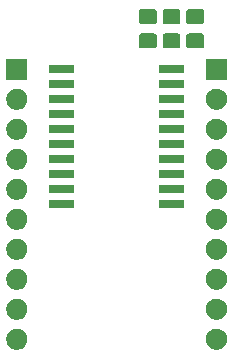
<source format=gbr>
G04 #@! TF.GenerationSoftware,KiCad,Pcbnew,(5.1.5)-3*
G04 #@! TF.CreationDate,2020-06-22T22:14:50-04:00*
G04 #@! TF.ProjectId,74X273 Simplified pinout,37345832-3733-4205-9369-6d706c696669,rev?*
G04 #@! TF.SameCoordinates,Original*
G04 #@! TF.FileFunction,Soldermask,Top*
G04 #@! TF.FilePolarity,Negative*
%FSLAX46Y46*%
G04 Gerber Fmt 4.6, Leading zero omitted, Abs format (unit mm)*
G04 Created by KiCad (PCBNEW (5.1.5)-3) date 2020-06-22 22:14:50*
%MOMM*%
%LPD*%
G04 APERTURE LIST*
%ADD10C,0.100000*%
G04 APERTURE END LIST*
D10*
G36*
X167013512Y-99463927D02*
G01*
X167162812Y-99493624D01*
X167326784Y-99561544D01*
X167474354Y-99660147D01*
X167599853Y-99785646D01*
X167698456Y-99933216D01*
X167766376Y-100097188D01*
X167801000Y-100271259D01*
X167801000Y-100448741D01*
X167766376Y-100622812D01*
X167698456Y-100786784D01*
X167599853Y-100934354D01*
X167474354Y-101059853D01*
X167326784Y-101158456D01*
X167162812Y-101226376D01*
X167013512Y-101256073D01*
X166988742Y-101261000D01*
X166811258Y-101261000D01*
X166786488Y-101256073D01*
X166637188Y-101226376D01*
X166473216Y-101158456D01*
X166325646Y-101059853D01*
X166200147Y-100934354D01*
X166101544Y-100786784D01*
X166033624Y-100622812D01*
X165999000Y-100448741D01*
X165999000Y-100271259D01*
X166033624Y-100097188D01*
X166101544Y-99933216D01*
X166200147Y-99785646D01*
X166325646Y-99660147D01*
X166473216Y-99561544D01*
X166637188Y-99493624D01*
X166786488Y-99463927D01*
X166811258Y-99459000D01*
X166988742Y-99459000D01*
X167013512Y-99463927D01*
G37*
G36*
X150113512Y-99463927D02*
G01*
X150262812Y-99493624D01*
X150426784Y-99561544D01*
X150574354Y-99660147D01*
X150699853Y-99785646D01*
X150798456Y-99933216D01*
X150866376Y-100097188D01*
X150901000Y-100271259D01*
X150901000Y-100448741D01*
X150866376Y-100622812D01*
X150798456Y-100786784D01*
X150699853Y-100934354D01*
X150574354Y-101059853D01*
X150426784Y-101158456D01*
X150262812Y-101226376D01*
X150113512Y-101256073D01*
X150088742Y-101261000D01*
X149911258Y-101261000D01*
X149886488Y-101256073D01*
X149737188Y-101226376D01*
X149573216Y-101158456D01*
X149425646Y-101059853D01*
X149300147Y-100934354D01*
X149201544Y-100786784D01*
X149133624Y-100622812D01*
X149099000Y-100448741D01*
X149099000Y-100271259D01*
X149133624Y-100097188D01*
X149201544Y-99933216D01*
X149300147Y-99785646D01*
X149425646Y-99660147D01*
X149573216Y-99561544D01*
X149737188Y-99493624D01*
X149886488Y-99463927D01*
X149911258Y-99459000D01*
X150088742Y-99459000D01*
X150113512Y-99463927D01*
G37*
G36*
X150113512Y-96923927D02*
G01*
X150262812Y-96953624D01*
X150426784Y-97021544D01*
X150574354Y-97120147D01*
X150699853Y-97245646D01*
X150798456Y-97393216D01*
X150866376Y-97557188D01*
X150901000Y-97731259D01*
X150901000Y-97908741D01*
X150866376Y-98082812D01*
X150798456Y-98246784D01*
X150699853Y-98394354D01*
X150574354Y-98519853D01*
X150426784Y-98618456D01*
X150262812Y-98686376D01*
X150113512Y-98716073D01*
X150088742Y-98721000D01*
X149911258Y-98721000D01*
X149886488Y-98716073D01*
X149737188Y-98686376D01*
X149573216Y-98618456D01*
X149425646Y-98519853D01*
X149300147Y-98394354D01*
X149201544Y-98246784D01*
X149133624Y-98082812D01*
X149099000Y-97908741D01*
X149099000Y-97731259D01*
X149133624Y-97557188D01*
X149201544Y-97393216D01*
X149300147Y-97245646D01*
X149425646Y-97120147D01*
X149573216Y-97021544D01*
X149737188Y-96953624D01*
X149886488Y-96923927D01*
X149911258Y-96919000D01*
X150088742Y-96919000D01*
X150113512Y-96923927D01*
G37*
G36*
X167013512Y-96923927D02*
G01*
X167162812Y-96953624D01*
X167326784Y-97021544D01*
X167474354Y-97120147D01*
X167599853Y-97245646D01*
X167698456Y-97393216D01*
X167766376Y-97557188D01*
X167801000Y-97731259D01*
X167801000Y-97908741D01*
X167766376Y-98082812D01*
X167698456Y-98246784D01*
X167599853Y-98394354D01*
X167474354Y-98519853D01*
X167326784Y-98618456D01*
X167162812Y-98686376D01*
X167013512Y-98716073D01*
X166988742Y-98721000D01*
X166811258Y-98721000D01*
X166786488Y-98716073D01*
X166637188Y-98686376D01*
X166473216Y-98618456D01*
X166325646Y-98519853D01*
X166200147Y-98394354D01*
X166101544Y-98246784D01*
X166033624Y-98082812D01*
X165999000Y-97908741D01*
X165999000Y-97731259D01*
X166033624Y-97557188D01*
X166101544Y-97393216D01*
X166200147Y-97245646D01*
X166325646Y-97120147D01*
X166473216Y-97021544D01*
X166637188Y-96953624D01*
X166786488Y-96923927D01*
X166811258Y-96919000D01*
X166988742Y-96919000D01*
X167013512Y-96923927D01*
G37*
G36*
X150113512Y-94383927D02*
G01*
X150262812Y-94413624D01*
X150426784Y-94481544D01*
X150574354Y-94580147D01*
X150699853Y-94705646D01*
X150798456Y-94853216D01*
X150866376Y-95017188D01*
X150901000Y-95191259D01*
X150901000Y-95368741D01*
X150866376Y-95542812D01*
X150798456Y-95706784D01*
X150699853Y-95854354D01*
X150574354Y-95979853D01*
X150426784Y-96078456D01*
X150262812Y-96146376D01*
X150113512Y-96176073D01*
X150088742Y-96181000D01*
X149911258Y-96181000D01*
X149886488Y-96176073D01*
X149737188Y-96146376D01*
X149573216Y-96078456D01*
X149425646Y-95979853D01*
X149300147Y-95854354D01*
X149201544Y-95706784D01*
X149133624Y-95542812D01*
X149099000Y-95368741D01*
X149099000Y-95191259D01*
X149133624Y-95017188D01*
X149201544Y-94853216D01*
X149300147Y-94705646D01*
X149425646Y-94580147D01*
X149573216Y-94481544D01*
X149737188Y-94413624D01*
X149886488Y-94383927D01*
X149911258Y-94379000D01*
X150088742Y-94379000D01*
X150113512Y-94383927D01*
G37*
G36*
X167013512Y-94383927D02*
G01*
X167162812Y-94413624D01*
X167326784Y-94481544D01*
X167474354Y-94580147D01*
X167599853Y-94705646D01*
X167698456Y-94853216D01*
X167766376Y-95017188D01*
X167801000Y-95191259D01*
X167801000Y-95368741D01*
X167766376Y-95542812D01*
X167698456Y-95706784D01*
X167599853Y-95854354D01*
X167474354Y-95979853D01*
X167326784Y-96078456D01*
X167162812Y-96146376D01*
X167013512Y-96176073D01*
X166988742Y-96181000D01*
X166811258Y-96181000D01*
X166786488Y-96176073D01*
X166637188Y-96146376D01*
X166473216Y-96078456D01*
X166325646Y-95979853D01*
X166200147Y-95854354D01*
X166101544Y-95706784D01*
X166033624Y-95542812D01*
X165999000Y-95368741D01*
X165999000Y-95191259D01*
X166033624Y-95017188D01*
X166101544Y-94853216D01*
X166200147Y-94705646D01*
X166325646Y-94580147D01*
X166473216Y-94481544D01*
X166637188Y-94413624D01*
X166786488Y-94383927D01*
X166811258Y-94379000D01*
X166988742Y-94379000D01*
X167013512Y-94383927D01*
G37*
G36*
X167013512Y-91843927D02*
G01*
X167162812Y-91873624D01*
X167326784Y-91941544D01*
X167474354Y-92040147D01*
X167599853Y-92165646D01*
X167698456Y-92313216D01*
X167766376Y-92477188D01*
X167801000Y-92651259D01*
X167801000Y-92828741D01*
X167766376Y-93002812D01*
X167698456Y-93166784D01*
X167599853Y-93314354D01*
X167474354Y-93439853D01*
X167326784Y-93538456D01*
X167162812Y-93606376D01*
X167013512Y-93636073D01*
X166988742Y-93641000D01*
X166811258Y-93641000D01*
X166786488Y-93636073D01*
X166637188Y-93606376D01*
X166473216Y-93538456D01*
X166325646Y-93439853D01*
X166200147Y-93314354D01*
X166101544Y-93166784D01*
X166033624Y-93002812D01*
X165999000Y-92828741D01*
X165999000Y-92651259D01*
X166033624Y-92477188D01*
X166101544Y-92313216D01*
X166200147Y-92165646D01*
X166325646Y-92040147D01*
X166473216Y-91941544D01*
X166637188Y-91873624D01*
X166786488Y-91843927D01*
X166811258Y-91839000D01*
X166988742Y-91839000D01*
X167013512Y-91843927D01*
G37*
G36*
X150113512Y-91843927D02*
G01*
X150262812Y-91873624D01*
X150426784Y-91941544D01*
X150574354Y-92040147D01*
X150699853Y-92165646D01*
X150798456Y-92313216D01*
X150866376Y-92477188D01*
X150901000Y-92651259D01*
X150901000Y-92828741D01*
X150866376Y-93002812D01*
X150798456Y-93166784D01*
X150699853Y-93314354D01*
X150574354Y-93439853D01*
X150426784Y-93538456D01*
X150262812Y-93606376D01*
X150113512Y-93636073D01*
X150088742Y-93641000D01*
X149911258Y-93641000D01*
X149886488Y-93636073D01*
X149737188Y-93606376D01*
X149573216Y-93538456D01*
X149425646Y-93439853D01*
X149300147Y-93314354D01*
X149201544Y-93166784D01*
X149133624Y-93002812D01*
X149099000Y-92828741D01*
X149099000Y-92651259D01*
X149133624Y-92477188D01*
X149201544Y-92313216D01*
X149300147Y-92165646D01*
X149425646Y-92040147D01*
X149573216Y-91941544D01*
X149737188Y-91873624D01*
X149886488Y-91843927D01*
X149911258Y-91839000D01*
X150088742Y-91839000D01*
X150113512Y-91843927D01*
G37*
G36*
X167013512Y-89303927D02*
G01*
X167162812Y-89333624D01*
X167326784Y-89401544D01*
X167474354Y-89500147D01*
X167599853Y-89625646D01*
X167698456Y-89773216D01*
X167766376Y-89937188D01*
X167801000Y-90111259D01*
X167801000Y-90288741D01*
X167766376Y-90462812D01*
X167698456Y-90626784D01*
X167599853Y-90774354D01*
X167474354Y-90899853D01*
X167326784Y-90998456D01*
X167162812Y-91066376D01*
X167013512Y-91096073D01*
X166988742Y-91101000D01*
X166811258Y-91101000D01*
X166786488Y-91096073D01*
X166637188Y-91066376D01*
X166473216Y-90998456D01*
X166325646Y-90899853D01*
X166200147Y-90774354D01*
X166101544Y-90626784D01*
X166033624Y-90462812D01*
X165999000Y-90288741D01*
X165999000Y-90111259D01*
X166033624Y-89937188D01*
X166101544Y-89773216D01*
X166200147Y-89625646D01*
X166325646Y-89500147D01*
X166473216Y-89401544D01*
X166637188Y-89333624D01*
X166786488Y-89303927D01*
X166811258Y-89299000D01*
X166988742Y-89299000D01*
X167013512Y-89303927D01*
G37*
G36*
X150113512Y-89303927D02*
G01*
X150262812Y-89333624D01*
X150426784Y-89401544D01*
X150574354Y-89500147D01*
X150699853Y-89625646D01*
X150798456Y-89773216D01*
X150866376Y-89937188D01*
X150901000Y-90111259D01*
X150901000Y-90288741D01*
X150866376Y-90462812D01*
X150798456Y-90626784D01*
X150699853Y-90774354D01*
X150574354Y-90899853D01*
X150426784Y-90998456D01*
X150262812Y-91066376D01*
X150113512Y-91096073D01*
X150088742Y-91101000D01*
X149911258Y-91101000D01*
X149886488Y-91096073D01*
X149737188Y-91066376D01*
X149573216Y-90998456D01*
X149425646Y-90899853D01*
X149300147Y-90774354D01*
X149201544Y-90626784D01*
X149133624Y-90462812D01*
X149099000Y-90288741D01*
X149099000Y-90111259D01*
X149133624Y-89937188D01*
X149201544Y-89773216D01*
X149300147Y-89625646D01*
X149425646Y-89500147D01*
X149573216Y-89401544D01*
X149737188Y-89333624D01*
X149886488Y-89303927D01*
X149911258Y-89299000D01*
X150088742Y-89299000D01*
X150113512Y-89303927D01*
G37*
G36*
X164084928Y-88581764D02*
G01*
X164106009Y-88588160D01*
X164125445Y-88598548D01*
X164142476Y-88612524D01*
X164156452Y-88629555D01*
X164166840Y-88648991D01*
X164173236Y-88670072D01*
X164176000Y-88698140D01*
X164176000Y-89161860D01*
X164173236Y-89189928D01*
X164166840Y-89211009D01*
X164156452Y-89230445D01*
X164142476Y-89247476D01*
X164125445Y-89261452D01*
X164106009Y-89271840D01*
X164084928Y-89278236D01*
X164056860Y-89281000D01*
X162143140Y-89281000D01*
X162115072Y-89278236D01*
X162093991Y-89271840D01*
X162074555Y-89261452D01*
X162057524Y-89247476D01*
X162043548Y-89230445D01*
X162033160Y-89211009D01*
X162026764Y-89189928D01*
X162024000Y-89161860D01*
X162024000Y-88698140D01*
X162026764Y-88670072D01*
X162033160Y-88648991D01*
X162043548Y-88629555D01*
X162057524Y-88612524D01*
X162074555Y-88598548D01*
X162093991Y-88588160D01*
X162115072Y-88581764D01*
X162143140Y-88579000D01*
X164056860Y-88579000D01*
X164084928Y-88581764D01*
G37*
G36*
X154784928Y-88581764D02*
G01*
X154806009Y-88588160D01*
X154825445Y-88598548D01*
X154842476Y-88612524D01*
X154856452Y-88629555D01*
X154866840Y-88648991D01*
X154873236Y-88670072D01*
X154876000Y-88698140D01*
X154876000Y-89161860D01*
X154873236Y-89189928D01*
X154866840Y-89211009D01*
X154856452Y-89230445D01*
X154842476Y-89247476D01*
X154825445Y-89261452D01*
X154806009Y-89271840D01*
X154784928Y-89278236D01*
X154756860Y-89281000D01*
X152843140Y-89281000D01*
X152815072Y-89278236D01*
X152793991Y-89271840D01*
X152774555Y-89261452D01*
X152757524Y-89247476D01*
X152743548Y-89230445D01*
X152733160Y-89211009D01*
X152726764Y-89189928D01*
X152724000Y-89161860D01*
X152724000Y-88698140D01*
X152726764Y-88670072D01*
X152733160Y-88648991D01*
X152743548Y-88629555D01*
X152757524Y-88612524D01*
X152774555Y-88598548D01*
X152793991Y-88588160D01*
X152815072Y-88581764D01*
X152843140Y-88579000D01*
X154756860Y-88579000D01*
X154784928Y-88581764D01*
G37*
G36*
X150113512Y-86763927D02*
G01*
X150262812Y-86793624D01*
X150426784Y-86861544D01*
X150574354Y-86960147D01*
X150699853Y-87085646D01*
X150798456Y-87233216D01*
X150866376Y-87397188D01*
X150901000Y-87571259D01*
X150901000Y-87748741D01*
X150866376Y-87922812D01*
X150798456Y-88086784D01*
X150699853Y-88234354D01*
X150574354Y-88359853D01*
X150426784Y-88458456D01*
X150262812Y-88526376D01*
X150113512Y-88556073D01*
X150088742Y-88561000D01*
X149911258Y-88561000D01*
X149886488Y-88556073D01*
X149737188Y-88526376D01*
X149573216Y-88458456D01*
X149425646Y-88359853D01*
X149300147Y-88234354D01*
X149201544Y-88086784D01*
X149133624Y-87922812D01*
X149099000Y-87748741D01*
X149099000Y-87571259D01*
X149133624Y-87397188D01*
X149201544Y-87233216D01*
X149300147Y-87085646D01*
X149425646Y-86960147D01*
X149573216Y-86861544D01*
X149737188Y-86793624D01*
X149886488Y-86763927D01*
X149911258Y-86759000D01*
X150088742Y-86759000D01*
X150113512Y-86763927D01*
G37*
G36*
X167013512Y-86763927D02*
G01*
X167162812Y-86793624D01*
X167326784Y-86861544D01*
X167474354Y-86960147D01*
X167599853Y-87085646D01*
X167698456Y-87233216D01*
X167766376Y-87397188D01*
X167801000Y-87571259D01*
X167801000Y-87748741D01*
X167766376Y-87922812D01*
X167698456Y-88086784D01*
X167599853Y-88234354D01*
X167474354Y-88359853D01*
X167326784Y-88458456D01*
X167162812Y-88526376D01*
X167013512Y-88556073D01*
X166988742Y-88561000D01*
X166811258Y-88561000D01*
X166786488Y-88556073D01*
X166637188Y-88526376D01*
X166473216Y-88458456D01*
X166325646Y-88359853D01*
X166200147Y-88234354D01*
X166101544Y-88086784D01*
X166033624Y-87922812D01*
X165999000Y-87748741D01*
X165999000Y-87571259D01*
X166033624Y-87397188D01*
X166101544Y-87233216D01*
X166200147Y-87085646D01*
X166325646Y-86960147D01*
X166473216Y-86861544D01*
X166637188Y-86793624D01*
X166786488Y-86763927D01*
X166811258Y-86759000D01*
X166988742Y-86759000D01*
X167013512Y-86763927D01*
G37*
G36*
X164084928Y-87311764D02*
G01*
X164106009Y-87318160D01*
X164125445Y-87328548D01*
X164142476Y-87342524D01*
X164156452Y-87359555D01*
X164166840Y-87378991D01*
X164173236Y-87400072D01*
X164176000Y-87428140D01*
X164176000Y-87891860D01*
X164173236Y-87919928D01*
X164166840Y-87941009D01*
X164156452Y-87960445D01*
X164142476Y-87977476D01*
X164125445Y-87991452D01*
X164106009Y-88001840D01*
X164084928Y-88008236D01*
X164056860Y-88011000D01*
X162143140Y-88011000D01*
X162115072Y-88008236D01*
X162093991Y-88001840D01*
X162074555Y-87991452D01*
X162057524Y-87977476D01*
X162043548Y-87960445D01*
X162033160Y-87941009D01*
X162026764Y-87919928D01*
X162024000Y-87891860D01*
X162024000Y-87428140D01*
X162026764Y-87400072D01*
X162033160Y-87378991D01*
X162043548Y-87359555D01*
X162057524Y-87342524D01*
X162074555Y-87328548D01*
X162093991Y-87318160D01*
X162115072Y-87311764D01*
X162143140Y-87309000D01*
X164056860Y-87309000D01*
X164084928Y-87311764D01*
G37*
G36*
X154784928Y-87311764D02*
G01*
X154806009Y-87318160D01*
X154825445Y-87328548D01*
X154842476Y-87342524D01*
X154856452Y-87359555D01*
X154866840Y-87378991D01*
X154873236Y-87400072D01*
X154876000Y-87428140D01*
X154876000Y-87891860D01*
X154873236Y-87919928D01*
X154866840Y-87941009D01*
X154856452Y-87960445D01*
X154842476Y-87977476D01*
X154825445Y-87991452D01*
X154806009Y-88001840D01*
X154784928Y-88008236D01*
X154756860Y-88011000D01*
X152843140Y-88011000D01*
X152815072Y-88008236D01*
X152793991Y-88001840D01*
X152774555Y-87991452D01*
X152757524Y-87977476D01*
X152743548Y-87960445D01*
X152733160Y-87941009D01*
X152726764Y-87919928D01*
X152724000Y-87891860D01*
X152724000Y-87428140D01*
X152726764Y-87400072D01*
X152733160Y-87378991D01*
X152743548Y-87359555D01*
X152757524Y-87342524D01*
X152774555Y-87328548D01*
X152793991Y-87318160D01*
X152815072Y-87311764D01*
X152843140Y-87309000D01*
X154756860Y-87309000D01*
X154784928Y-87311764D01*
G37*
G36*
X164084928Y-86041764D02*
G01*
X164106009Y-86048160D01*
X164125445Y-86058548D01*
X164142476Y-86072524D01*
X164156452Y-86089555D01*
X164166840Y-86108991D01*
X164173236Y-86130072D01*
X164176000Y-86158140D01*
X164176000Y-86621860D01*
X164173236Y-86649928D01*
X164166840Y-86671009D01*
X164156452Y-86690445D01*
X164142476Y-86707476D01*
X164125445Y-86721452D01*
X164106009Y-86731840D01*
X164084928Y-86738236D01*
X164056860Y-86741000D01*
X162143140Y-86741000D01*
X162115072Y-86738236D01*
X162093991Y-86731840D01*
X162074555Y-86721452D01*
X162057524Y-86707476D01*
X162043548Y-86690445D01*
X162033160Y-86671009D01*
X162026764Y-86649928D01*
X162024000Y-86621860D01*
X162024000Y-86158140D01*
X162026764Y-86130072D01*
X162033160Y-86108991D01*
X162043548Y-86089555D01*
X162057524Y-86072524D01*
X162074555Y-86058548D01*
X162093991Y-86048160D01*
X162115072Y-86041764D01*
X162143140Y-86039000D01*
X164056860Y-86039000D01*
X164084928Y-86041764D01*
G37*
G36*
X154784928Y-86041764D02*
G01*
X154806009Y-86048160D01*
X154825445Y-86058548D01*
X154842476Y-86072524D01*
X154856452Y-86089555D01*
X154866840Y-86108991D01*
X154873236Y-86130072D01*
X154876000Y-86158140D01*
X154876000Y-86621860D01*
X154873236Y-86649928D01*
X154866840Y-86671009D01*
X154856452Y-86690445D01*
X154842476Y-86707476D01*
X154825445Y-86721452D01*
X154806009Y-86731840D01*
X154784928Y-86738236D01*
X154756860Y-86741000D01*
X152843140Y-86741000D01*
X152815072Y-86738236D01*
X152793991Y-86731840D01*
X152774555Y-86721452D01*
X152757524Y-86707476D01*
X152743548Y-86690445D01*
X152733160Y-86671009D01*
X152726764Y-86649928D01*
X152724000Y-86621860D01*
X152724000Y-86158140D01*
X152726764Y-86130072D01*
X152733160Y-86108991D01*
X152743548Y-86089555D01*
X152757524Y-86072524D01*
X152774555Y-86058548D01*
X152793991Y-86048160D01*
X152815072Y-86041764D01*
X152843140Y-86039000D01*
X154756860Y-86039000D01*
X154784928Y-86041764D01*
G37*
G36*
X167013512Y-84223927D02*
G01*
X167162812Y-84253624D01*
X167326784Y-84321544D01*
X167474354Y-84420147D01*
X167599853Y-84545646D01*
X167698456Y-84693216D01*
X167766376Y-84857188D01*
X167801000Y-85031259D01*
X167801000Y-85208741D01*
X167766376Y-85382812D01*
X167698456Y-85546784D01*
X167599853Y-85694354D01*
X167474354Y-85819853D01*
X167326784Y-85918456D01*
X167162812Y-85986376D01*
X167013512Y-86016073D01*
X166988742Y-86021000D01*
X166811258Y-86021000D01*
X166786488Y-86016073D01*
X166637188Y-85986376D01*
X166473216Y-85918456D01*
X166325646Y-85819853D01*
X166200147Y-85694354D01*
X166101544Y-85546784D01*
X166033624Y-85382812D01*
X165999000Y-85208741D01*
X165999000Y-85031259D01*
X166033624Y-84857188D01*
X166101544Y-84693216D01*
X166200147Y-84545646D01*
X166325646Y-84420147D01*
X166473216Y-84321544D01*
X166637188Y-84253624D01*
X166786488Y-84223927D01*
X166811258Y-84219000D01*
X166988742Y-84219000D01*
X167013512Y-84223927D01*
G37*
G36*
X150113512Y-84223927D02*
G01*
X150262812Y-84253624D01*
X150426784Y-84321544D01*
X150574354Y-84420147D01*
X150699853Y-84545646D01*
X150798456Y-84693216D01*
X150866376Y-84857188D01*
X150901000Y-85031259D01*
X150901000Y-85208741D01*
X150866376Y-85382812D01*
X150798456Y-85546784D01*
X150699853Y-85694354D01*
X150574354Y-85819853D01*
X150426784Y-85918456D01*
X150262812Y-85986376D01*
X150113512Y-86016073D01*
X150088742Y-86021000D01*
X149911258Y-86021000D01*
X149886488Y-86016073D01*
X149737188Y-85986376D01*
X149573216Y-85918456D01*
X149425646Y-85819853D01*
X149300147Y-85694354D01*
X149201544Y-85546784D01*
X149133624Y-85382812D01*
X149099000Y-85208741D01*
X149099000Y-85031259D01*
X149133624Y-84857188D01*
X149201544Y-84693216D01*
X149300147Y-84545646D01*
X149425646Y-84420147D01*
X149573216Y-84321544D01*
X149737188Y-84253624D01*
X149886488Y-84223927D01*
X149911258Y-84219000D01*
X150088742Y-84219000D01*
X150113512Y-84223927D01*
G37*
G36*
X154784928Y-84771764D02*
G01*
X154806009Y-84778160D01*
X154825445Y-84788548D01*
X154842476Y-84802524D01*
X154856452Y-84819555D01*
X154866840Y-84838991D01*
X154873236Y-84860072D01*
X154876000Y-84888140D01*
X154876000Y-85351860D01*
X154873236Y-85379928D01*
X154866840Y-85401009D01*
X154856452Y-85420445D01*
X154842476Y-85437476D01*
X154825445Y-85451452D01*
X154806009Y-85461840D01*
X154784928Y-85468236D01*
X154756860Y-85471000D01*
X152843140Y-85471000D01*
X152815072Y-85468236D01*
X152793991Y-85461840D01*
X152774555Y-85451452D01*
X152757524Y-85437476D01*
X152743548Y-85420445D01*
X152733160Y-85401009D01*
X152726764Y-85379928D01*
X152724000Y-85351860D01*
X152724000Y-84888140D01*
X152726764Y-84860072D01*
X152733160Y-84838991D01*
X152743548Y-84819555D01*
X152757524Y-84802524D01*
X152774555Y-84788548D01*
X152793991Y-84778160D01*
X152815072Y-84771764D01*
X152843140Y-84769000D01*
X154756860Y-84769000D01*
X154784928Y-84771764D01*
G37*
G36*
X164084928Y-84771764D02*
G01*
X164106009Y-84778160D01*
X164125445Y-84788548D01*
X164142476Y-84802524D01*
X164156452Y-84819555D01*
X164166840Y-84838991D01*
X164173236Y-84860072D01*
X164176000Y-84888140D01*
X164176000Y-85351860D01*
X164173236Y-85379928D01*
X164166840Y-85401009D01*
X164156452Y-85420445D01*
X164142476Y-85437476D01*
X164125445Y-85451452D01*
X164106009Y-85461840D01*
X164084928Y-85468236D01*
X164056860Y-85471000D01*
X162143140Y-85471000D01*
X162115072Y-85468236D01*
X162093991Y-85461840D01*
X162074555Y-85451452D01*
X162057524Y-85437476D01*
X162043548Y-85420445D01*
X162033160Y-85401009D01*
X162026764Y-85379928D01*
X162024000Y-85351860D01*
X162024000Y-84888140D01*
X162026764Y-84860072D01*
X162033160Y-84838991D01*
X162043548Y-84819555D01*
X162057524Y-84802524D01*
X162074555Y-84788548D01*
X162093991Y-84778160D01*
X162115072Y-84771764D01*
X162143140Y-84769000D01*
X164056860Y-84769000D01*
X164084928Y-84771764D01*
G37*
G36*
X164084928Y-83501764D02*
G01*
X164106009Y-83508160D01*
X164125445Y-83518548D01*
X164142476Y-83532524D01*
X164156452Y-83549555D01*
X164166840Y-83568991D01*
X164173236Y-83590072D01*
X164176000Y-83618140D01*
X164176000Y-84081860D01*
X164173236Y-84109928D01*
X164166840Y-84131009D01*
X164156452Y-84150445D01*
X164142476Y-84167476D01*
X164125445Y-84181452D01*
X164106009Y-84191840D01*
X164084928Y-84198236D01*
X164056860Y-84201000D01*
X162143140Y-84201000D01*
X162115072Y-84198236D01*
X162093991Y-84191840D01*
X162074555Y-84181452D01*
X162057524Y-84167476D01*
X162043548Y-84150445D01*
X162033160Y-84131009D01*
X162026764Y-84109928D01*
X162024000Y-84081860D01*
X162024000Y-83618140D01*
X162026764Y-83590072D01*
X162033160Y-83568991D01*
X162043548Y-83549555D01*
X162057524Y-83532524D01*
X162074555Y-83518548D01*
X162093991Y-83508160D01*
X162115072Y-83501764D01*
X162143140Y-83499000D01*
X164056860Y-83499000D01*
X164084928Y-83501764D01*
G37*
G36*
X154784928Y-83501764D02*
G01*
X154806009Y-83508160D01*
X154825445Y-83518548D01*
X154842476Y-83532524D01*
X154856452Y-83549555D01*
X154866840Y-83568991D01*
X154873236Y-83590072D01*
X154876000Y-83618140D01*
X154876000Y-84081860D01*
X154873236Y-84109928D01*
X154866840Y-84131009D01*
X154856452Y-84150445D01*
X154842476Y-84167476D01*
X154825445Y-84181452D01*
X154806009Y-84191840D01*
X154784928Y-84198236D01*
X154756860Y-84201000D01*
X152843140Y-84201000D01*
X152815072Y-84198236D01*
X152793991Y-84191840D01*
X152774555Y-84181452D01*
X152757524Y-84167476D01*
X152743548Y-84150445D01*
X152733160Y-84131009D01*
X152726764Y-84109928D01*
X152724000Y-84081860D01*
X152724000Y-83618140D01*
X152726764Y-83590072D01*
X152733160Y-83568991D01*
X152743548Y-83549555D01*
X152757524Y-83532524D01*
X152774555Y-83518548D01*
X152793991Y-83508160D01*
X152815072Y-83501764D01*
X152843140Y-83499000D01*
X154756860Y-83499000D01*
X154784928Y-83501764D01*
G37*
G36*
X167013512Y-81683927D02*
G01*
X167162812Y-81713624D01*
X167326784Y-81781544D01*
X167474354Y-81880147D01*
X167599853Y-82005646D01*
X167698456Y-82153216D01*
X167766376Y-82317188D01*
X167801000Y-82491259D01*
X167801000Y-82668741D01*
X167766376Y-82842812D01*
X167698456Y-83006784D01*
X167599853Y-83154354D01*
X167474354Y-83279853D01*
X167326784Y-83378456D01*
X167162812Y-83446376D01*
X167013512Y-83476073D01*
X166988742Y-83481000D01*
X166811258Y-83481000D01*
X166786488Y-83476073D01*
X166637188Y-83446376D01*
X166473216Y-83378456D01*
X166325646Y-83279853D01*
X166200147Y-83154354D01*
X166101544Y-83006784D01*
X166033624Y-82842812D01*
X165999000Y-82668741D01*
X165999000Y-82491259D01*
X166033624Y-82317188D01*
X166101544Y-82153216D01*
X166200147Y-82005646D01*
X166325646Y-81880147D01*
X166473216Y-81781544D01*
X166637188Y-81713624D01*
X166786488Y-81683927D01*
X166811258Y-81679000D01*
X166988742Y-81679000D01*
X167013512Y-81683927D01*
G37*
G36*
X150113512Y-81683927D02*
G01*
X150262812Y-81713624D01*
X150426784Y-81781544D01*
X150574354Y-81880147D01*
X150699853Y-82005646D01*
X150798456Y-82153216D01*
X150866376Y-82317188D01*
X150901000Y-82491259D01*
X150901000Y-82668741D01*
X150866376Y-82842812D01*
X150798456Y-83006784D01*
X150699853Y-83154354D01*
X150574354Y-83279853D01*
X150426784Y-83378456D01*
X150262812Y-83446376D01*
X150113512Y-83476073D01*
X150088742Y-83481000D01*
X149911258Y-83481000D01*
X149886488Y-83476073D01*
X149737188Y-83446376D01*
X149573216Y-83378456D01*
X149425646Y-83279853D01*
X149300147Y-83154354D01*
X149201544Y-83006784D01*
X149133624Y-82842812D01*
X149099000Y-82668741D01*
X149099000Y-82491259D01*
X149133624Y-82317188D01*
X149201544Y-82153216D01*
X149300147Y-82005646D01*
X149425646Y-81880147D01*
X149573216Y-81781544D01*
X149737188Y-81713624D01*
X149886488Y-81683927D01*
X149911258Y-81679000D01*
X150088742Y-81679000D01*
X150113512Y-81683927D01*
G37*
G36*
X154784928Y-82231764D02*
G01*
X154806009Y-82238160D01*
X154825445Y-82248548D01*
X154842476Y-82262524D01*
X154856452Y-82279555D01*
X154866840Y-82298991D01*
X154873236Y-82320072D01*
X154876000Y-82348140D01*
X154876000Y-82811860D01*
X154873236Y-82839928D01*
X154866840Y-82861009D01*
X154856452Y-82880445D01*
X154842476Y-82897476D01*
X154825445Y-82911452D01*
X154806009Y-82921840D01*
X154784928Y-82928236D01*
X154756860Y-82931000D01*
X152843140Y-82931000D01*
X152815072Y-82928236D01*
X152793991Y-82921840D01*
X152774555Y-82911452D01*
X152757524Y-82897476D01*
X152743548Y-82880445D01*
X152733160Y-82861009D01*
X152726764Y-82839928D01*
X152724000Y-82811860D01*
X152724000Y-82348140D01*
X152726764Y-82320072D01*
X152733160Y-82298991D01*
X152743548Y-82279555D01*
X152757524Y-82262524D01*
X152774555Y-82248548D01*
X152793991Y-82238160D01*
X152815072Y-82231764D01*
X152843140Y-82229000D01*
X154756860Y-82229000D01*
X154784928Y-82231764D01*
G37*
G36*
X164084928Y-82231764D02*
G01*
X164106009Y-82238160D01*
X164125445Y-82248548D01*
X164142476Y-82262524D01*
X164156452Y-82279555D01*
X164166840Y-82298991D01*
X164173236Y-82320072D01*
X164176000Y-82348140D01*
X164176000Y-82811860D01*
X164173236Y-82839928D01*
X164166840Y-82861009D01*
X164156452Y-82880445D01*
X164142476Y-82897476D01*
X164125445Y-82911452D01*
X164106009Y-82921840D01*
X164084928Y-82928236D01*
X164056860Y-82931000D01*
X162143140Y-82931000D01*
X162115072Y-82928236D01*
X162093991Y-82921840D01*
X162074555Y-82911452D01*
X162057524Y-82897476D01*
X162043548Y-82880445D01*
X162033160Y-82861009D01*
X162026764Y-82839928D01*
X162024000Y-82811860D01*
X162024000Y-82348140D01*
X162026764Y-82320072D01*
X162033160Y-82298991D01*
X162043548Y-82279555D01*
X162057524Y-82262524D01*
X162074555Y-82248548D01*
X162093991Y-82238160D01*
X162115072Y-82231764D01*
X162143140Y-82229000D01*
X164056860Y-82229000D01*
X164084928Y-82231764D01*
G37*
G36*
X164084928Y-80961764D02*
G01*
X164106009Y-80968160D01*
X164125445Y-80978548D01*
X164142476Y-80992524D01*
X164156452Y-81009555D01*
X164166840Y-81028991D01*
X164173236Y-81050072D01*
X164176000Y-81078140D01*
X164176000Y-81541860D01*
X164173236Y-81569928D01*
X164166840Y-81591009D01*
X164156452Y-81610445D01*
X164142476Y-81627476D01*
X164125445Y-81641452D01*
X164106009Y-81651840D01*
X164084928Y-81658236D01*
X164056860Y-81661000D01*
X162143140Y-81661000D01*
X162115072Y-81658236D01*
X162093991Y-81651840D01*
X162074555Y-81641452D01*
X162057524Y-81627476D01*
X162043548Y-81610445D01*
X162033160Y-81591009D01*
X162026764Y-81569928D01*
X162024000Y-81541860D01*
X162024000Y-81078140D01*
X162026764Y-81050072D01*
X162033160Y-81028991D01*
X162043548Y-81009555D01*
X162057524Y-80992524D01*
X162074555Y-80978548D01*
X162093991Y-80968160D01*
X162115072Y-80961764D01*
X162143140Y-80959000D01*
X164056860Y-80959000D01*
X164084928Y-80961764D01*
G37*
G36*
X154784928Y-80961764D02*
G01*
X154806009Y-80968160D01*
X154825445Y-80978548D01*
X154842476Y-80992524D01*
X154856452Y-81009555D01*
X154866840Y-81028991D01*
X154873236Y-81050072D01*
X154876000Y-81078140D01*
X154876000Y-81541860D01*
X154873236Y-81569928D01*
X154866840Y-81591009D01*
X154856452Y-81610445D01*
X154842476Y-81627476D01*
X154825445Y-81641452D01*
X154806009Y-81651840D01*
X154784928Y-81658236D01*
X154756860Y-81661000D01*
X152843140Y-81661000D01*
X152815072Y-81658236D01*
X152793991Y-81651840D01*
X152774555Y-81641452D01*
X152757524Y-81627476D01*
X152743548Y-81610445D01*
X152733160Y-81591009D01*
X152726764Y-81569928D01*
X152724000Y-81541860D01*
X152724000Y-81078140D01*
X152726764Y-81050072D01*
X152733160Y-81028991D01*
X152743548Y-81009555D01*
X152757524Y-80992524D01*
X152774555Y-80978548D01*
X152793991Y-80968160D01*
X152815072Y-80961764D01*
X152843140Y-80959000D01*
X154756860Y-80959000D01*
X154784928Y-80961764D01*
G37*
G36*
X167013512Y-79143927D02*
G01*
X167162812Y-79173624D01*
X167326784Y-79241544D01*
X167474354Y-79340147D01*
X167599853Y-79465646D01*
X167698456Y-79613216D01*
X167766376Y-79777188D01*
X167801000Y-79951259D01*
X167801000Y-80128741D01*
X167766376Y-80302812D01*
X167698456Y-80466784D01*
X167599853Y-80614354D01*
X167474354Y-80739853D01*
X167326784Y-80838456D01*
X167162812Y-80906376D01*
X167013512Y-80936073D01*
X166988742Y-80941000D01*
X166811258Y-80941000D01*
X166786488Y-80936073D01*
X166637188Y-80906376D01*
X166473216Y-80838456D01*
X166325646Y-80739853D01*
X166200147Y-80614354D01*
X166101544Y-80466784D01*
X166033624Y-80302812D01*
X165999000Y-80128741D01*
X165999000Y-79951259D01*
X166033624Y-79777188D01*
X166101544Y-79613216D01*
X166200147Y-79465646D01*
X166325646Y-79340147D01*
X166473216Y-79241544D01*
X166637188Y-79173624D01*
X166786488Y-79143927D01*
X166811258Y-79139000D01*
X166988742Y-79139000D01*
X167013512Y-79143927D01*
G37*
G36*
X150113512Y-79143927D02*
G01*
X150262812Y-79173624D01*
X150426784Y-79241544D01*
X150574354Y-79340147D01*
X150699853Y-79465646D01*
X150798456Y-79613216D01*
X150866376Y-79777188D01*
X150901000Y-79951259D01*
X150901000Y-80128741D01*
X150866376Y-80302812D01*
X150798456Y-80466784D01*
X150699853Y-80614354D01*
X150574354Y-80739853D01*
X150426784Y-80838456D01*
X150262812Y-80906376D01*
X150113512Y-80936073D01*
X150088742Y-80941000D01*
X149911258Y-80941000D01*
X149886488Y-80936073D01*
X149737188Y-80906376D01*
X149573216Y-80838456D01*
X149425646Y-80739853D01*
X149300147Y-80614354D01*
X149201544Y-80466784D01*
X149133624Y-80302812D01*
X149099000Y-80128741D01*
X149099000Y-79951259D01*
X149133624Y-79777188D01*
X149201544Y-79613216D01*
X149300147Y-79465646D01*
X149425646Y-79340147D01*
X149573216Y-79241544D01*
X149737188Y-79173624D01*
X149886488Y-79143927D01*
X149911258Y-79139000D01*
X150088742Y-79139000D01*
X150113512Y-79143927D01*
G37*
G36*
X164084928Y-79691764D02*
G01*
X164106009Y-79698160D01*
X164125445Y-79708548D01*
X164142476Y-79722524D01*
X164156452Y-79739555D01*
X164166840Y-79758991D01*
X164173236Y-79780072D01*
X164176000Y-79808140D01*
X164176000Y-80271860D01*
X164173236Y-80299928D01*
X164166840Y-80321009D01*
X164156452Y-80340445D01*
X164142476Y-80357476D01*
X164125445Y-80371452D01*
X164106009Y-80381840D01*
X164084928Y-80388236D01*
X164056860Y-80391000D01*
X162143140Y-80391000D01*
X162115072Y-80388236D01*
X162093991Y-80381840D01*
X162074555Y-80371452D01*
X162057524Y-80357476D01*
X162043548Y-80340445D01*
X162033160Y-80321009D01*
X162026764Y-80299928D01*
X162024000Y-80271860D01*
X162024000Y-79808140D01*
X162026764Y-79780072D01*
X162033160Y-79758991D01*
X162043548Y-79739555D01*
X162057524Y-79722524D01*
X162074555Y-79708548D01*
X162093991Y-79698160D01*
X162115072Y-79691764D01*
X162143140Y-79689000D01*
X164056860Y-79689000D01*
X164084928Y-79691764D01*
G37*
G36*
X154784928Y-79691764D02*
G01*
X154806009Y-79698160D01*
X154825445Y-79708548D01*
X154842476Y-79722524D01*
X154856452Y-79739555D01*
X154866840Y-79758991D01*
X154873236Y-79780072D01*
X154876000Y-79808140D01*
X154876000Y-80271860D01*
X154873236Y-80299928D01*
X154866840Y-80321009D01*
X154856452Y-80340445D01*
X154842476Y-80357476D01*
X154825445Y-80371452D01*
X154806009Y-80381840D01*
X154784928Y-80388236D01*
X154756860Y-80391000D01*
X152843140Y-80391000D01*
X152815072Y-80388236D01*
X152793991Y-80381840D01*
X152774555Y-80371452D01*
X152757524Y-80357476D01*
X152743548Y-80340445D01*
X152733160Y-80321009D01*
X152726764Y-80299928D01*
X152724000Y-80271860D01*
X152724000Y-79808140D01*
X152726764Y-79780072D01*
X152733160Y-79758991D01*
X152743548Y-79739555D01*
X152757524Y-79722524D01*
X152774555Y-79708548D01*
X152793991Y-79698160D01*
X152815072Y-79691764D01*
X152843140Y-79689000D01*
X154756860Y-79689000D01*
X154784928Y-79691764D01*
G37*
G36*
X164084928Y-78421764D02*
G01*
X164106009Y-78428160D01*
X164125445Y-78438548D01*
X164142476Y-78452524D01*
X164156452Y-78469555D01*
X164166840Y-78488991D01*
X164173236Y-78510072D01*
X164176000Y-78538140D01*
X164176000Y-79001860D01*
X164173236Y-79029928D01*
X164166840Y-79051009D01*
X164156452Y-79070445D01*
X164142476Y-79087476D01*
X164125445Y-79101452D01*
X164106009Y-79111840D01*
X164084928Y-79118236D01*
X164056860Y-79121000D01*
X162143140Y-79121000D01*
X162115072Y-79118236D01*
X162093991Y-79111840D01*
X162074555Y-79101452D01*
X162057524Y-79087476D01*
X162043548Y-79070445D01*
X162033160Y-79051009D01*
X162026764Y-79029928D01*
X162024000Y-79001860D01*
X162024000Y-78538140D01*
X162026764Y-78510072D01*
X162033160Y-78488991D01*
X162043548Y-78469555D01*
X162057524Y-78452524D01*
X162074555Y-78438548D01*
X162093991Y-78428160D01*
X162115072Y-78421764D01*
X162143140Y-78419000D01*
X164056860Y-78419000D01*
X164084928Y-78421764D01*
G37*
G36*
X154784928Y-78421764D02*
G01*
X154806009Y-78428160D01*
X154825445Y-78438548D01*
X154842476Y-78452524D01*
X154856452Y-78469555D01*
X154866840Y-78488991D01*
X154873236Y-78510072D01*
X154876000Y-78538140D01*
X154876000Y-79001860D01*
X154873236Y-79029928D01*
X154866840Y-79051009D01*
X154856452Y-79070445D01*
X154842476Y-79087476D01*
X154825445Y-79101452D01*
X154806009Y-79111840D01*
X154784928Y-79118236D01*
X154756860Y-79121000D01*
X152843140Y-79121000D01*
X152815072Y-79118236D01*
X152793991Y-79111840D01*
X152774555Y-79101452D01*
X152757524Y-79087476D01*
X152743548Y-79070445D01*
X152733160Y-79051009D01*
X152726764Y-79029928D01*
X152724000Y-79001860D01*
X152724000Y-78538140D01*
X152726764Y-78510072D01*
X152733160Y-78488991D01*
X152743548Y-78469555D01*
X152757524Y-78452524D01*
X152774555Y-78438548D01*
X152793991Y-78428160D01*
X152815072Y-78421764D01*
X152843140Y-78419000D01*
X154756860Y-78419000D01*
X154784928Y-78421764D01*
G37*
G36*
X167801000Y-78401000D02*
G01*
X165999000Y-78401000D01*
X165999000Y-76599000D01*
X167801000Y-76599000D01*
X167801000Y-78401000D01*
G37*
G36*
X150901000Y-78401000D02*
G01*
X149099000Y-78401000D01*
X149099000Y-76599000D01*
X150901000Y-76599000D01*
X150901000Y-78401000D01*
G37*
G36*
X164084928Y-77151764D02*
G01*
X164106009Y-77158160D01*
X164125445Y-77168548D01*
X164142476Y-77182524D01*
X164156452Y-77199555D01*
X164166840Y-77218991D01*
X164173236Y-77240072D01*
X164176000Y-77268140D01*
X164176000Y-77731860D01*
X164173236Y-77759928D01*
X164166840Y-77781009D01*
X164156452Y-77800445D01*
X164142476Y-77817476D01*
X164125445Y-77831452D01*
X164106009Y-77841840D01*
X164084928Y-77848236D01*
X164056860Y-77851000D01*
X162143140Y-77851000D01*
X162115072Y-77848236D01*
X162093991Y-77841840D01*
X162074555Y-77831452D01*
X162057524Y-77817476D01*
X162043548Y-77800445D01*
X162033160Y-77781009D01*
X162026764Y-77759928D01*
X162024000Y-77731860D01*
X162024000Y-77268140D01*
X162026764Y-77240072D01*
X162033160Y-77218991D01*
X162043548Y-77199555D01*
X162057524Y-77182524D01*
X162074555Y-77168548D01*
X162093991Y-77158160D01*
X162115072Y-77151764D01*
X162143140Y-77149000D01*
X164056860Y-77149000D01*
X164084928Y-77151764D01*
G37*
G36*
X154784928Y-77151764D02*
G01*
X154806009Y-77158160D01*
X154825445Y-77168548D01*
X154842476Y-77182524D01*
X154856452Y-77199555D01*
X154866840Y-77218991D01*
X154873236Y-77240072D01*
X154876000Y-77268140D01*
X154876000Y-77731860D01*
X154873236Y-77759928D01*
X154866840Y-77781009D01*
X154856452Y-77800445D01*
X154842476Y-77817476D01*
X154825445Y-77831452D01*
X154806009Y-77841840D01*
X154784928Y-77848236D01*
X154756860Y-77851000D01*
X152843140Y-77851000D01*
X152815072Y-77848236D01*
X152793991Y-77841840D01*
X152774555Y-77831452D01*
X152757524Y-77817476D01*
X152743548Y-77800445D01*
X152733160Y-77781009D01*
X152726764Y-77759928D01*
X152724000Y-77731860D01*
X152724000Y-77268140D01*
X152726764Y-77240072D01*
X152733160Y-77218991D01*
X152743548Y-77199555D01*
X152757524Y-77182524D01*
X152774555Y-77168548D01*
X152793991Y-77158160D01*
X152815072Y-77151764D01*
X152843140Y-77149000D01*
X154756860Y-77149000D01*
X154784928Y-77151764D01*
G37*
G36*
X163688674Y-74478465D02*
G01*
X163726367Y-74489899D01*
X163761103Y-74508466D01*
X163791548Y-74533452D01*
X163816534Y-74563897D01*
X163835101Y-74598633D01*
X163846535Y-74636326D01*
X163851000Y-74681661D01*
X163851000Y-75518339D01*
X163846535Y-75563674D01*
X163835101Y-75601367D01*
X163816534Y-75636103D01*
X163791548Y-75666548D01*
X163761103Y-75691534D01*
X163726367Y-75710101D01*
X163688674Y-75721535D01*
X163643339Y-75726000D01*
X162556661Y-75726000D01*
X162511326Y-75721535D01*
X162473633Y-75710101D01*
X162438897Y-75691534D01*
X162408452Y-75666548D01*
X162383466Y-75636103D01*
X162364899Y-75601367D01*
X162353465Y-75563674D01*
X162349000Y-75518339D01*
X162349000Y-74681661D01*
X162353465Y-74636326D01*
X162364899Y-74598633D01*
X162383466Y-74563897D01*
X162408452Y-74533452D01*
X162438897Y-74508466D01*
X162473633Y-74489899D01*
X162511326Y-74478465D01*
X162556661Y-74474000D01*
X163643339Y-74474000D01*
X163688674Y-74478465D01*
G37*
G36*
X165688674Y-74478465D02*
G01*
X165726367Y-74489899D01*
X165761103Y-74508466D01*
X165791548Y-74533452D01*
X165816534Y-74563897D01*
X165835101Y-74598633D01*
X165846535Y-74636326D01*
X165851000Y-74681661D01*
X165851000Y-75518339D01*
X165846535Y-75563674D01*
X165835101Y-75601367D01*
X165816534Y-75636103D01*
X165791548Y-75666548D01*
X165761103Y-75691534D01*
X165726367Y-75710101D01*
X165688674Y-75721535D01*
X165643339Y-75726000D01*
X164556661Y-75726000D01*
X164511326Y-75721535D01*
X164473633Y-75710101D01*
X164438897Y-75691534D01*
X164408452Y-75666548D01*
X164383466Y-75636103D01*
X164364899Y-75601367D01*
X164353465Y-75563674D01*
X164349000Y-75518339D01*
X164349000Y-74681661D01*
X164353465Y-74636326D01*
X164364899Y-74598633D01*
X164383466Y-74563897D01*
X164408452Y-74533452D01*
X164438897Y-74508466D01*
X164473633Y-74489899D01*
X164511326Y-74478465D01*
X164556661Y-74474000D01*
X165643339Y-74474000D01*
X165688674Y-74478465D01*
G37*
G36*
X161688674Y-74478465D02*
G01*
X161726367Y-74489899D01*
X161761103Y-74508466D01*
X161791548Y-74533452D01*
X161816534Y-74563897D01*
X161835101Y-74598633D01*
X161846535Y-74636326D01*
X161851000Y-74681661D01*
X161851000Y-75518339D01*
X161846535Y-75563674D01*
X161835101Y-75601367D01*
X161816534Y-75636103D01*
X161791548Y-75666548D01*
X161761103Y-75691534D01*
X161726367Y-75710101D01*
X161688674Y-75721535D01*
X161643339Y-75726000D01*
X160556661Y-75726000D01*
X160511326Y-75721535D01*
X160473633Y-75710101D01*
X160438897Y-75691534D01*
X160408452Y-75666548D01*
X160383466Y-75636103D01*
X160364899Y-75601367D01*
X160353465Y-75563674D01*
X160349000Y-75518339D01*
X160349000Y-74681661D01*
X160353465Y-74636326D01*
X160364899Y-74598633D01*
X160383466Y-74563897D01*
X160408452Y-74533452D01*
X160438897Y-74508466D01*
X160473633Y-74489899D01*
X160511326Y-74478465D01*
X160556661Y-74474000D01*
X161643339Y-74474000D01*
X161688674Y-74478465D01*
G37*
G36*
X165688674Y-72428465D02*
G01*
X165726367Y-72439899D01*
X165761103Y-72458466D01*
X165791548Y-72483452D01*
X165816534Y-72513897D01*
X165835101Y-72548633D01*
X165846535Y-72586326D01*
X165851000Y-72631661D01*
X165851000Y-73468339D01*
X165846535Y-73513674D01*
X165835101Y-73551367D01*
X165816534Y-73586103D01*
X165791548Y-73616548D01*
X165761103Y-73641534D01*
X165726367Y-73660101D01*
X165688674Y-73671535D01*
X165643339Y-73676000D01*
X164556661Y-73676000D01*
X164511326Y-73671535D01*
X164473633Y-73660101D01*
X164438897Y-73641534D01*
X164408452Y-73616548D01*
X164383466Y-73586103D01*
X164364899Y-73551367D01*
X164353465Y-73513674D01*
X164349000Y-73468339D01*
X164349000Y-72631661D01*
X164353465Y-72586326D01*
X164364899Y-72548633D01*
X164383466Y-72513897D01*
X164408452Y-72483452D01*
X164438897Y-72458466D01*
X164473633Y-72439899D01*
X164511326Y-72428465D01*
X164556661Y-72424000D01*
X165643339Y-72424000D01*
X165688674Y-72428465D01*
G37*
G36*
X161688674Y-72428465D02*
G01*
X161726367Y-72439899D01*
X161761103Y-72458466D01*
X161791548Y-72483452D01*
X161816534Y-72513897D01*
X161835101Y-72548633D01*
X161846535Y-72586326D01*
X161851000Y-72631661D01*
X161851000Y-73468339D01*
X161846535Y-73513674D01*
X161835101Y-73551367D01*
X161816534Y-73586103D01*
X161791548Y-73616548D01*
X161761103Y-73641534D01*
X161726367Y-73660101D01*
X161688674Y-73671535D01*
X161643339Y-73676000D01*
X160556661Y-73676000D01*
X160511326Y-73671535D01*
X160473633Y-73660101D01*
X160438897Y-73641534D01*
X160408452Y-73616548D01*
X160383466Y-73586103D01*
X160364899Y-73551367D01*
X160353465Y-73513674D01*
X160349000Y-73468339D01*
X160349000Y-72631661D01*
X160353465Y-72586326D01*
X160364899Y-72548633D01*
X160383466Y-72513897D01*
X160408452Y-72483452D01*
X160438897Y-72458466D01*
X160473633Y-72439899D01*
X160511326Y-72428465D01*
X160556661Y-72424000D01*
X161643339Y-72424000D01*
X161688674Y-72428465D01*
G37*
G36*
X163688674Y-72428465D02*
G01*
X163726367Y-72439899D01*
X163761103Y-72458466D01*
X163791548Y-72483452D01*
X163816534Y-72513897D01*
X163835101Y-72548633D01*
X163846535Y-72586326D01*
X163851000Y-72631661D01*
X163851000Y-73468339D01*
X163846535Y-73513674D01*
X163835101Y-73551367D01*
X163816534Y-73586103D01*
X163791548Y-73616548D01*
X163761103Y-73641534D01*
X163726367Y-73660101D01*
X163688674Y-73671535D01*
X163643339Y-73676000D01*
X162556661Y-73676000D01*
X162511326Y-73671535D01*
X162473633Y-73660101D01*
X162438897Y-73641534D01*
X162408452Y-73616548D01*
X162383466Y-73586103D01*
X162364899Y-73551367D01*
X162353465Y-73513674D01*
X162349000Y-73468339D01*
X162349000Y-72631661D01*
X162353465Y-72586326D01*
X162364899Y-72548633D01*
X162383466Y-72513897D01*
X162408452Y-72483452D01*
X162438897Y-72458466D01*
X162473633Y-72439899D01*
X162511326Y-72428465D01*
X162556661Y-72424000D01*
X163643339Y-72424000D01*
X163688674Y-72428465D01*
G37*
M02*

</source>
